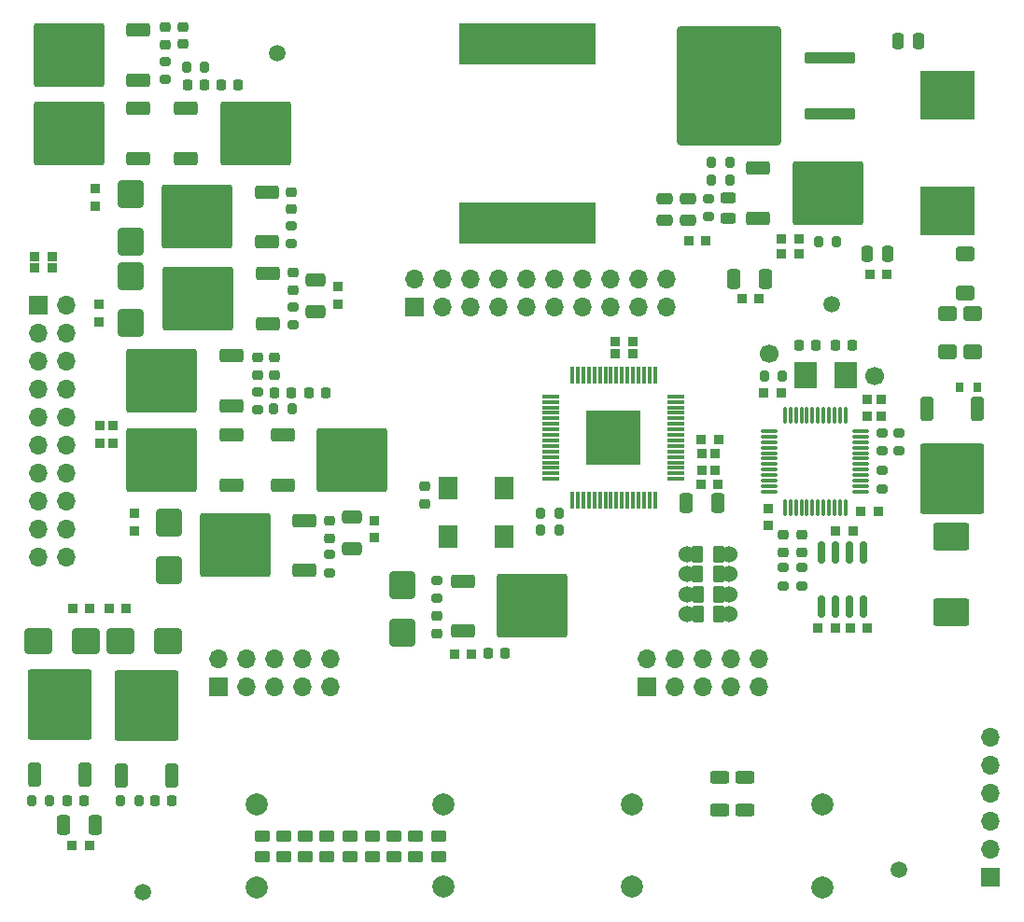
<source format=gbr>
%TF.GenerationSoftware,KiCad,Pcbnew,7.0.1*%
%TF.CreationDate,2024-06-21T04:11:25+03:00*%
%TF.ProjectId,_____ GDI,1f3b3042-3020-4474-9449-2e6b69636164,rev?*%
%TF.SameCoordinates,Original*%
%TF.FileFunction,Soldermask,Top*%
%TF.FilePolarity,Negative*%
%FSLAX46Y46*%
G04 Gerber Fmt 4.6, Leading zero omitted, Abs format (unit mm)*
G04 Created by KiCad (PCBNEW 7.0.1) date 2024-06-21 04:11:25*
%MOMM*%
%LPD*%
G01*
G04 APERTURE LIST*
G04 Aperture macros list*
%AMRoundRect*
0 Rectangle with rounded corners*
0 $1 Rounding radius*
0 $2 $3 $4 $5 $6 $7 $8 $9 X,Y pos of 4 corners*
0 Add a 4 corners polygon primitive as box body*
4,1,4,$2,$3,$4,$5,$6,$7,$8,$9,$2,$3,0*
0 Add four circle primitives for the rounded corners*
1,1,$1+$1,$2,$3*
1,1,$1+$1,$4,$5*
1,1,$1+$1,$6,$7*
1,1,$1+$1,$8,$9*
0 Add four rect primitives between the rounded corners*
20,1,$1+$1,$2,$3,$4,$5,0*
20,1,$1+$1,$4,$5,$6,$7,0*
20,1,$1+$1,$6,$7,$8,$9,0*
20,1,$1+$1,$8,$9,$2,$3,0*%
G04 Aperture macros list end*
%ADD10C,1.500000*%
%ADD11RoundRect,0.250000X0.250000X0.475000X-0.250000X0.475000X-0.250000X-0.475000X0.250000X-0.475000X0*%
%ADD12RoundRect,0.250000X0.850000X0.350000X-0.850000X0.350000X-0.850000X-0.350000X0.850000X-0.350000X0*%
%ADD13RoundRect,0.249997X2.950003X2.650003X-2.950003X2.650003X-2.950003X-2.650003X2.950003X-2.650003X0*%
%ADD14C,1.700000*%
%ADD15C,1.524000*%
%ADD16RoundRect,0.100000X-0.400000X-0.625000X0.400000X-0.625000X0.400000X0.625000X-0.400000X0.625000X0*%
%ADD17RoundRect,0.200000X0.200000X0.275000X-0.200000X0.275000X-0.200000X-0.275000X0.200000X-0.275000X0*%
%ADD18RoundRect,0.085000X0.340000X-0.340000X0.340000X0.340000X-0.340000X0.340000X-0.340000X-0.340000X0*%
%ADD19RoundRect,0.250000X0.350000X-0.850000X0.350000X0.850000X-0.350000X0.850000X-0.350000X-0.850000X0*%
%ADD20RoundRect,0.249997X2.650003X-2.950003X2.650003X2.950003X-2.650003X2.950003X-2.650003X-2.950003X0*%
%ADD21RoundRect,0.230000X-0.670000X-0.345000X0.670000X-0.345000X0.670000X0.345000X-0.670000X0.345000X0*%
%ADD22RoundRect,0.230000X0.670000X0.345000X-0.670000X0.345000X-0.670000X-0.345000X0.670000X-0.345000X0*%
%ADD23RoundRect,0.250000X-0.625000X0.312500X-0.625000X-0.312500X0.625000X-0.312500X0.625000X0.312500X0*%
%ADD24RoundRect,0.085000X0.340000X0.340000X-0.340000X0.340000X-0.340000X-0.340000X0.340000X-0.340000X0*%
%ADD25RoundRect,0.075000X-0.075000X0.662500X-0.075000X-0.662500X0.075000X-0.662500X0.075000X0.662500X0*%
%ADD26RoundRect,0.075000X-0.662500X0.075000X-0.662500X-0.075000X0.662500X-0.075000X0.662500X0.075000X0*%
%ADD27RoundRect,0.230000X-0.345000X0.670000X-0.345000X-0.670000X0.345000X-0.670000X0.345000X0.670000X0*%
%ADD28RoundRect,0.230000X0.345000X-0.670000X0.345000X0.670000X-0.345000X0.670000X-0.345000X-0.670000X0*%
%ADD29RoundRect,0.225000X-0.250000X0.225000X-0.250000X-0.225000X0.250000X-0.225000X0.250000X0.225000X0*%
%ADD30RoundRect,0.250000X0.450000X-0.262500X0.450000X0.262500X-0.450000X0.262500X-0.450000X-0.262500X0*%
%ADD31RoundRect,0.200000X0.275000X-0.200000X0.275000X0.200000X-0.275000X0.200000X-0.275000X-0.200000X0*%
%ADD32RoundRect,0.200000X-0.200000X-0.275000X0.200000X-0.275000X0.200000X0.275000X-0.200000X0.275000X0*%
%ADD33RoundRect,0.085000X-0.340000X-0.340000X0.340000X-0.340000X0.340000X0.340000X-0.340000X0.340000X0*%
%ADD34R,12.320000X3.825000*%
%ADD35RoundRect,0.225000X0.250000X-0.225000X0.250000X0.225000X-0.250000X0.225000X-0.250000X-0.225000X0*%
%ADD36RoundRect,0.250000X-0.600000X0.400000X-0.600000X-0.400000X0.600000X-0.400000X0.600000X0.400000X0*%
%ADD37RoundRect,0.085000X-0.340000X0.340000X-0.340000X-0.340000X0.340000X-0.340000X0.340000X0.340000X0*%
%ADD38RoundRect,0.250000X-0.475000X0.250000X-0.475000X-0.250000X0.475000X-0.250000X0.475000X0.250000X0*%
%ADD39RoundRect,0.250000X0.900000X-1.000000X0.900000X1.000000X-0.900000X1.000000X-0.900000X-1.000000X0*%
%ADD40RoundRect,0.225000X0.225000X0.250000X-0.225000X0.250000X-0.225000X-0.250000X0.225000X-0.250000X0*%
%ADD41RoundRect,0.250000X1.000000X0.900000X-1.000000X0.900000X-1.000000X-0.900000X1.000000X-0.900000X0*%
%ADD42RoundRect,0.250000X-0.850000X-0.350000X0.850000X-0.350000X0.850000X0.350000X-0.850000X0.350000X0*%
%ADD43RoundRect,0.249997X-2.950003X-2.650003X2.950003X-2.650003X2.950003X2.650003X-2.950003X2.650003X0*%
%ADD44R,1.700000X1.700000*%
%ADD45O,1.700000X1.700000*%
%ADD46RoundRect,0.070000X-0.280000X-0.390000X0.280000X-0.390000X0.280000X0.390000X-0.280000X0.390000X0*%
%ADD47RoundRect,0.250000X2.050000X0.300000X-2.050000X0.300000X-2.050000X-0.300000X2.050000X-0.300000X0*%
%ADD48RoundRect,0.250002X4.449998X5.149998X-4.449998X5.149998X-4.449998X-5.149998X4.449998X-5.149998X0*%
%ADD49RoundRect,0.250000X-1.400000X-1.000000X1.400000X-1.000000X1.400000X1.000000X-1.400000X1.000000X0*%
%ADD50R,2.000000X2.400000*%
%ADD51RoundRect,0.200000X-0.275000X0.200000X-0.275000X-0.200000X0.275000X-0.200000X0.275000X0.200000X0*%
%ADD52RoundRect,0.250000X-0.350000X0.850000X-0.350000X-0.850000X0.350000X-0.850000X0.350000X0.850000X0*%
%ADD53RoundRect,0.249997X-2.650003X2.950003X-2.650003X-2.950003X2.650003X-2.950003X2.650003X2.950003X0*%
%ADD54RoundRect,0.075000X0.075000X-0.700000X0.075000X0.700000X-0.075000X0.700000X-0.075000X-0.700000X0*%
%ADD55RoundRect,0.075000X0.700000X-0.075000X0.700000X0.075000X-0.700000X0.075000X-0.700000X-0.075000X0*%
%ADD56C,1.300000*%
%ADD57R,5.000000X5.000000*%
%ADD58RoundRect,0.243750X0.456250X-0.243750X0.456250X0.243750X-0.456250X0.243750X-0.456250X-0.243750X0*%
%ADD59RoundRect,0.250000X-0.900000X1.000000X-0.900000X-1.000000X0.900000X-1.000000X0.900000X1.000000X0*%
%ADD60R,1.800000X2.000000*%
%ADD61RoundRect,0.218750X0.256250X-0.218750X0.256250X0.218750X-0.256250X0.218750X-0.256250X-0.218750X0*%
%ADD62RoundRect,0.150000X-0.150000X0.825000X-0.150000X-0.825000X0.150000X-0.825000X0.150000X0.825000X0*%
%ADD63RoundRect,0.225000X-0.225000X-0.250000X0.225000X-0.250000X0.225000X0.250000X-0.225000X0.250000X0*%
%ADD64RoundRect,0.250000X-1.000000X-0.900000X1.000000X-0.900000X1.000000X0.900000X-1.000000X0.900000X0*%
%ADD65R,5.000000X4.500000*%
%ADD66C,2.000000*%
G04 APERTURE END LIST*
D10*
%TO.C,J9*%
X177000000Y-126400000D03*
%TD*%
%TO.C,J8*%
X108400000Y-128400000D03*
%TD*%
%TO.C,J4*%
X170900000Y-75100000D03*
%TD*%
%TO.C,J3*%
X120600000Y-52300000D03*
%TD*%
D11*
%TO.C,C90*%
X178750000Y-51200000D03*
X176850000Y-51200000D03*
%TD*%
D12*
%TO.C,D15*%
X116400000Y-91500000D03*
D13*
X110100000Y-89220000D03*
D12*
X116400000Y-86940000D03*
%TD*%
D14*
%TO.C,P2*%
X174800000Y-81600000D03*
%TD*%
D15*
%TO.C,R115*%
X157745001Y-99600000D03*
D16*
X158700000Y-99600000D03*
X160600022Y-99600000D03*
D15*
X161555001Y-99600000D03*
%TD*%
D17*
%TO.C,R120*%
X161625000Y-62200000D03*
X159975000Y-62200000D03*
%TD*%
D18*
%TO.C,C66*%
X126100000Y-75089981D03*
X126100000Y-73509979D03*
%TD*%
D19*
%TO.C,Q10*%
X106455000Y-117825000D03*
D20*
X108735000Y-111525000D03*
D19*
X111015000Y-117825000D03*
%TD*%
D21*
%TO.C,R88*%
X124100000Y-72849980D03*
D22*
X124100000Y-75750000D03*
%TD*%
D19*
%TO.C,Q11*%
X98595000Y-117725000D03*
D20*
X100875000Y-111425000D03*
D19*
X103155000Y-117725000D03*
%TD*%
D23*
%TO.C,R126*%
X160700000Y-118037500D03*
X160700000Y-120962500D03*
%TD*%
D17*
%TO.C,R131*%
X161625000Y-63800000D03*
X159975000Y-63800000D03*
%TD*%
%TO.C,R116*%
X146125000Y-94100000D03*
X144475000Y-94100000D03*
%TD*%
D24*
%TO.C,C73*%
X175090001Y-93900000D03*
X173509999Y-93900000D03*
%TD*%
D25*
%TO.C,U7*%
X172130000Y-85187500D03*
X171630000Y-85187500D03*
X171130000Y-85187500D03*
X170630000Y-85187500D03*
X170130000Y-85187500D03*
X169630000Y-85187500D03*
X169130000Y-85187500D03*
X168630000Y-85187500D03*
X168130000Y-85187500D03*
X167630000Y-85187500D03*
X167130000Y-85187500D03*
X166630000Y-85187500D03*
D26*
X165217500Y-86600000D03*
X165217500Y-87100000D03*
X165217500Y-87600000D03*
X165217500Y-88100000D03*
X165217500Y-88600000D03*
X165217500Y-89100000D03*
X165217500Y-89600000D03*
X165217500Y-90100000D03*
X165217500Y-90600000D03*
X165217500Y-91100000D03*
X165217500Y-91600000D03*
X165217500Y-92100000D03*
D25*
X166630000Y-93512500D03*
X167130000Y-93512500D03*
X167630000Y-93512500D03*
X168130000Y-93512500D03*
X168630000Y-93512500D03*
X169130000Y-93512500D03*
X169630000Y-93512500D03*
X170130000Y-93512500D03*
X170630000Y-93512500D03*
X171130000Y-93512500D03*
X171630000Y-93512500D03*
X172130000Y-93512500D03*
D26*
X173542500Y-92100000D03*
X173542500Y-91600000D03*
X173542500Y-91100000D03*
X173542500Y-90600000D03*
X173542500Y-90100000D03*
X173542500Y-89600000D03*
X173542500Y-89100000D03*
X173542500Y-88600000D03*
X173542500Y-88100000D03*
X173542500Y-87600000D03*
X173542500Y-87100000D03*
X173542500Y-86600000D03*
%TD*%
D27*
%TO.C,R119*%
X160550020Y-93100000D03*
D28*
X157650000Y-93100000D03*
%TD*%
D29*
%TO.C,C62*%
X125350000Y-94775000D03*
X125350000Y-96325000D03*
%TD*%
D30*
%TO.C,R128*%
X123150000Y-125200000D03*
X123150000Y-123375000D03*
%TD*%
D31*
%TO.C,R123*%
X159700000Y-67175000D03*
X159700000Y-65525000D03*
%TD*%
D32*
%TO.C,R104*%
X106405000Y-120125000D03*
X108055000Y-120125000D03*
%TD*%
D33*
%TO.C,C74*%
X164709999Y-83150000D03*
X166290001Y-83150000D03*
%TD*%
D34*
%TO.C,L2*%
X143300000Y-51477500D03*
X143300000Y-67722500D03*
%TD*%
D31*
%TO.C,R101*%
X122025000Y-76975000D03*
X122025000Y-75325000D03*
%TD*%
D30*
%TO.C,R130*%
X127150000Y-125200000D03*
X127150000Y-123375000D03*
%TD*%
D35*
%TO.C,C67*%
X120350000Y-81500000D03*
X120350000Y-79950000D03*
%TD*%
D36*
%TO.C,D3*%
X183700000Y-75950000D03*
X183700000Y-79450000D03*
%TD*%
D12*
%TO.C,D14*%
X107975000Y-61855000D03*
D13*
X101675000Y-59575000D03*
D12*
X107975000Y-57295000D03*
%TD*%
%TO.C,Q6*%
X119625000Y-69455000D03*
D13*
X113325000Y-67175000D03*
D12*
X119625000Y-64895000D03*
%TD*%
D37*
%TO.C,C75*%
X174080000Y-83709999D03*
X174080000Y-85290001D03*
%TD*%
D18*
%TO.C,C71*%
X129400000Y-96290001D03*
X129400000Y-94709999D03*
%TD*%
D33*
%TO.C,C45*%
X136659999Y-106825000D03*
X138240001Y-106825000D03*
%TD*%
D38*
%TO.C,C94*%
X157800000Y-65550000D03*
X157800000Y-67450000D03*
%TD*%
D23*
%TO.C,R124*%
X163000000Y-118037500D03*
X163000000Y-120962500D03*
%TD*%
D39*
%TO.C,D16*%
X107300000Y-69400000D03*
X107300000Y-65100000D03*
%TD*%
D24*
%TO.C,C93*%
X159490001Y-69320000D03*
X157909999Y-69320000D03*
%TD*%
D31*
%TO.C,R85*%
X175430000Y-88425000D03*
X175430000Y-86775000D03*
%TD*%
D24*
%TO.C,C4*%
X172790001Y-95700000D03*
X171209999Y-95700000D03*
%TD*%
D40*
%TO.C,C53*%
X113970000Y-55225000D03*
X112420000Y-55225000D03*
%TD*%
%TO.C,C68*%
X124975000Y-83100000D03*
X123425000Y-83100000D03*
%TD*%
D21*
%TO.C,R90*%
X127375000Y-94374980D03*
D22*
X127375000Y-97275000D03*
%TD*%
D30*
%TO.C,R135*%
X135200000Y-125200000D03*
X135200000Y-123375000D03*
%TD*%
D29*
%TO.C,C55*%
X122025000Y-72250000D03*
X122025000Y-73800000D03*
%TD*%
D18*
%TO.C,C39*%
X104100000Y-66190001D03*
X104100000Y-64609999D03*
%TD*%
D24*
%TO.C,C44*%
X103590001Y-102700000D03*
X102009999Y-102700000D03*
%TD*%
D12*
%TO.C,Q7*%
X119700000Y-76880000D03*
D13*
X113400000Y-74600000D03*
D12*
X119700000Y-72320000D03*
%TD*%
D30*
%TO.C,R129*%
X125100000Y-125200000D03*
X125100000Y-123375000D03*
%TD*%
D41*
%TO.C,D19*%
X103205000Y-105625000D03*
X98905000Y-105625000D03*
%TD*%
D30*
%TO.C,R134*%
X133150000Y-125200000D03*
X133150000Y-123375000D03*
%TD*%
D40*
%TO.C,C70*%
X141250000Y-106800000D03*
X139700000Y-106800000D03*
%TD*%
D42*
%TO.C,Q9*%
X121100000Y-86940000D03*
D43*
X127400000Y-89220000D03*
D42*
X121100000Y-91500000D03*
%TD*%
D30*
%TO.C,R132*%
X129200000Y-125200000D03*
X129200000Y-123375000D03*
%TD*%
D33*
%TO.C,C37*%
X98600000Y-70750000D03*
X100180002Y-70750000D03*
%TD*%
D24*
%TO.C,C87*%
X160590001Y-91400000D03*
X159009999Y-91400000D03*
%TD*%
D32*
%TO.C,R105*%
X98305000Y-120125000D03*
X99955000Y-120125000D03*
%TD*%
D36*
%TO.C,D1*%
X183000000Y-70550000D03*
X183000000Y-74050000D03*
%TD*%
D44*
%TO.C,J5*%
X185300000Y-127080000D03*
D45*
X185300000Y-124540000D03*
X185300000Y-122000000D03*
X185300000Y-119460000D03*
X185300000Y-116920000D03*
X185300000Y-114380000D03*
%TD*%
D46*
%TO.C,R19*%
X182500000Y-82600000D03*
X184100000Y-82600000D03*
%TD*%
D47*
%TO.C,D26*%
X170700000Y-57800000D03*
D48*
X161550000Y-55260000D03*
D47*
X170700000Y-52720000D03*
%TD*%
D24*
%TO.C,C77*%
X164290001Y-74600000D03*
X162709999Y-74600000D03*
%TD*%
D49*
%TO.C,D4*%
X181680000Y-96200000D03*
X181680000Y-103000000D03*
%TD*%
D42*
%TO.C,Q5*%
X112320000Y-57320000D03*
D43*
X118620000Y-59600000D03*
D42*
X112320000Y-61880000D03*
%TD*%
D30*
%TO.C,R127*%
X121200000Y-125200000D03*
X121200000Y-123375000D03*
%TD*%
D37*
%TO.C,C40*%
X104400000Y-75109999D03*
X104400000Y-76690001D03*
%TD*%
D31*
%TO.C,R100*%
X121900000Y-69600000D03*
X121900000Y-67950000D03*
%TD*%
D50*
%TO.C,Y3*%
X172180000Y-81500000D03*
X168480000Y-81500000D03*
%TD*%
D35*
%TO.C,C64*%
X112020000Y-51500000D03*
X112020000Y-49950000D03*
%TD*%
D15*
%TO.C,R114*%
X157745001Y-97800000D03*
D16*
X158700000Y-97800000D03*
X160600022Y-97800000D03*
D15*
X161555001Y-97800000D03*
%TD*%
D31*
%TO.C,R98*%
X110400000Y-54725000D03*
X110400000Y-53075000D03*
%TD*%
%TO.C,R118*%
X177000000Y-88425000D03*
X177000000Y-86775000D03*
%TD*%
D51*
%TO.C,R86*%
X166500000Y-99000000D03*
X166500000Y-100650000D03*
%TD*%
D35*
%TO.C,C60*%
X135100000Y-104950000D03*
X135100000Y-103400000D03*
%TD*%
D40*
%TO.C,C65*%
X117070000Y-55225000D03*
X115520000Y-55225000D03*
%TD*%
D14*
%TO.C,P1*%
X165200000Y-79600000D03*
%TD*%
D24*
%TO.C,C78*%
X152840001Y-79550000D03*
X151259999Y-79550000D03*
%TD*%
D52*
%TO.C,Q1*%
X184100000Y-84600000D03*
D53*
X181820000Y-90900000D03*
D52*
X179540000Y-84600000D03*
X179540000Y-84600000D03*
%TD*%
D29*
%TO.C,C54*%
X121900000Y-64900000D03*
X121900000Y-66450000D03*
%TD*%
D24*
%TO.C,C80*%
X152840001Y-78500000D03*
X151259999Y-78500000D03*
%TD*%
D54*
%TO.C,U8*%
X147350000Y-92875000D03*
X147850000Y-92875000D03*
X148350000Y-92875000D03*
X148850000Y-92875000D03*
X149350000Y-92875000D03*
X149850000Y-92875000D03*
X150350000Y-92875000D03*
X150850000Y-92875000D03*
X151350000Y-92875000D03*
X151850000Y-92875000D03*
X152350000Y-92875000D03*
X152850000Y-92875000D03*
X153350000Y-92875000D03*
X153850000Y-92875000D03*
X154350000Y-92875000D03*
X154850000Y-92875000D03*
D55*
X156775000Y-90950000D03*
X156775000Y-90450000D03*
X156775000Y-89950000D03*
X156775000Y-89450000D03*
X156775000Y-88950000D03*
X156775000Y-88450000D03*
X156775000Y-87950000D03*
X156775000Y-87450000D03*
X156775000Y-86950000D03*
X156775000Y-86450000D03*
X156775000Y-85950000D03*
X156775000Y-85450000D03*
X156775000Y-84950000D03*
X156775000Y-84450000D03*
X156775000Y-83950000D03*
X156775000Y-83450000D03*
D54*
X154850000Y-81525000D03*
X154350000Y-81525000D03*
X153850000Y-81525000D03*
X153350000Y-81525000D03*
X152850000Y-81525000D03*
X152350000Y-81525000D03*
X151850000Y-81525000D03*
X151350000Y-81525000D03*
X150850000Y-81525000D03*
X150350000Y-81525000D03*
X149850000Y-81525000D03*
X149350000Y-81525000D03*
X148850000Y-81525000D03*
X148350000Y-81525000D03*
X147850000Y-81525000D03*
X147350000Y-81525000D03*
D55*
X145425000Y-83450000D03*
X145425000Y-83950000D03*
X145425000Y-84450000D03*
X145425000Y-84950000D03*
X145425000Y-85450000D03*
X145425000Y-85950000D03*
X145425000Y-86450000D03*
X145425000Y-86950000D03*
X145425000Y-87450000D03*
X145425000Y-87950000D03*
X145425000Y-88450000D03*
X145425000Y-88950000D03*
X145425000Y-89450000D03*
X145425000Y-89950000D03*
X145425000Y-90450000D03*
X145425000Y-90950000D03*
D56*
X149576000Y-88724000D03*
X151100000Y-88724000D03*
X152624000Y-88724000D03*
X149576000Y-87200000D03*
X151100000Y-87200000D03*
D57*
X151100000Y-87200000D03*
D56*
X152624000Y-87200000D03*
X149576000Y-85676000D03*
X151100000Y-85676000D03*
X152624000Y-85676000D03*
%TD*%
D33*
%TO.C,C43*%
X105309999Y-102700000D03*
X106890001Y-102700000D03*
%TD*%
D30*
%TO.C,R133*%
X131200000Y-125200000D03*
X131200000Y-123375000D03*
%TD*%
D33*
%TO.C,C76*%
X174309999Y-72420000D03*
X175890001Y-72420000D03*
%TD*%
D58*
%TO.C,D27*%
X161500000Y-67337500D03*
X161500000Y-65462500D03*
%TD*%
D39*
%TO.C,D20*%
X131900000Y-104900000D03*
X131900000Y-100600000D03*
%TD*%
D11*
%TO.C,C86*%
X176000000Y-70500000D03*
X174100000Y-70500000D03*
%TD*%
D36*
%TO.C,D2*%
X181400000Y-75950000D03*
X181400000Y-79450000D03*
%TD*%
D31*
%TO.C,R111*%
X168130000Y-100650000D03*
X168130000Y-99000000D03*
%TD*%
D51*
%TO.C,R106*%
X135100000Y-100150000D03*
X135100000Y-101800000D03*
%TD*%
D15*
%TO.C,R113*%
X157795000Y-101400000D03*
D16*
X158749999Y-101400000D03*
X160650021Y-101400000D03*
D15*
X161605000Y-101400000D03*
%TD*%
D12*
%TO.C,Q8*%
X116400000Y-84340000D03*
D13*
X110100000Y-82060000D03*
D12*
X116400000Y-79780000D03*
%TD*%
D59*
%TO.C,D17*%
X107325000Y-72525000D03*
X107325000Y-76825000D03*
%TD*%
D60*
%TO.C,Y2*%
X136060000Y-96200000D03*
X141140000Y-96200000D03*
X141140000Y-91800000D03*
X136060000Y-91800000D03*
%TD*%
D31*
%TO.C,R87*%
X175430000Y-91825000D03*
X175430000Y-90175000D03*
%TD*%
D37*
%TO.C,C79*%
X175330000Y-83709999D03*
X175330000Y-85290001D03*
%TD*%
D35*
%TO.C,C91*%
X134000000Y-93175000D03*
X134000000Y-91625000D03*
%TD*%
D40*
%TO.C,C59*%
X103055000Y-120125000D03*
X101505000Y-120125000D03*
%TD*%
D33*
%TO.C,C89*%
X166309999Y-69200000D03*
X167890001Y-69200000D03*
%TD*%
D17*
%TO.C,R103*%
X121925000Y-84600000D03*
X120275000Y-84600000D03*
%TD*%
D15*
%TO.C,R112*%
X157790000Y-103200000D03*
D16*
X158744999Y-103200000D03*
X160645021Y-103200000D03*
D15*
X161600000Y-103200000D03*
%TD*%
D30*
%TO.C,R125*%
X119250000Y-125200000D03*
X119250000Y-123375000D03*
%TD*%
D61*
%TO.C,D25*%
X168130000Y-97600000D03*
X168130000Y-96025000D03*
%TD*%
D33*
%TO.C,C2*%
X169644999Y-104475000D03*
X171225001Y-104475000D03*
%TD*%
D40*
%TO.C,C57*%
X121875000Y-83100000D03*
X120325000Y-83100000D03*
%TD*%
D37*
%TO.C,C41*%
X105700000Y-86100000D03*
X105700000Y-87680002D03*
%TD*%
D28*
%TO.C,R121*%
X161949980Y-72800000D03*
D27*
X164850000Y-72800000D03*
%TD*%
D12*
%TO.C,Q4*%
X107980000Y-54750000D03*
D13*
X101680000Y-52470000D03*
D12*
X107980000Y-50190000D03*
%TD*%
D33*
%TO.C,C38*%
X98609999Y-71800000D03*
X100190001Y-71800000D03*
%TD*%
D17*
%TO.C,R117*%
X146125000Y-95600000D03*
X144475000Y-95600000D03*
%TD*%
D62*
%TO.C,U1*%
X173785000Y-97575000D03*
X172515000Y-97575000D03*
X171245000Y-97575000D03*
X169975000Y-97575000D03*
X169975000Y-102525000D03*
X171245000Y-102525000D03*
X172515000Y-102525000D03*
X173785000Y-102525000D03*
%TD*%
D18*
%TO.C,C84*%
X160300000Y-90190001D03*
X160300000Y-88609999D03*
%TD*%
D39*
%TO.C,D22*%
X110750000Y-99200000D03*
X110750000Y-94900000D03*
%TD*%
D63*
%TO.C,C50*%
X167930000Y-78800000D03*
X169480000Y-78800000D03*
%TD*%
D33*
%TO.C,C1*%
X172544999Y-104475000D03*
X174125001Y-104475000D03*
%TD*%
%TO.C,C92*%
X166309999Y-70500000D03*
X167890001Y-70500000D03*
%TD*%
D38*
%TO.C,C96*%
X155700000Y-65550000D03*
X155700000Y-67450000D03*
%TD*%
D29*
%TO.C,C56*%
X118800000Y-79950000D03*
X118800000Y-81500000D03*
%TD*%
D42*
%TO.C,Q12*%
X137400000Y-100200000D03*
D43*
X143700000Y-102480000D03*
D42*
X137400000Y-104760000D03*
%TD*%
D18*
%TO.C,C72*%
X165100000Y-95190001D03*
X165100000Y-93609999D03*
%TD*%
D29*
%TO.C,C52*%
X110400000Y-49965000D03*
X110400000Y-51515000D03*
%TD*%
D31*
%TO.C,R102*%
X118800000Y-84690000D03*
X118800000Y-83040000D03*
%TD*%
D27*
%TO.C,R89*%
X104105020Y-122325000D03*
D28*
X101205000Y-122325000D03*
%TD*%
D17*
%TO.C,R99*%
X114025000Y-53625000D03*
X112375000Y-53625000D03*
%TD*%
D31*
%TO.C,R108*%
X125350000Y-99475000D03*
X125350000Y-97825000D03*
%TD*%
D24*
%TO.C,C85*%
X160640001Y-87400000D03*
X159059999Y-87400000D03*
%TD*%
D61*
%TO.C,D24*%
X166500000Y-97600000D03*
X166500000Y-96025000D03*
%TD*%
D18*
%TO.C,C47*%
X107675000Y-95665001D03*
X107675000Y-94084999D03*
%TD*%
D64*
%TO.C,D18*%
X106405000Y-105625000D03*
X110705000Y-105625000D03*
%TD*%
D37*
%TO.C,C42*%
X104500000Y-86109999D03*
X104500000Y-87690001D03*
%TD*%
D42*
%TO.C,Q16*%
X164200000Y-62720000D03*
D43*
X170500000Y-65000000D03*
D42*
X164200000Y-67280000D03*
%TD*%
D40*
%TO.C,C58*%
X111055000Y-120125000D03*
X109505000Y-120125000D03*
%TD*%
D12*
%TO.C,Q14*%
X123075000Y-99255000D03*
D13*
X116775000Y-96975000D03*
D12*
X123075000Y-94695000D03*
%TD*%
D18*
%TO.C,C82*%
X159075060Y-90190001D03*
X159075060Y-88609999D03*
%TD*%
D32*
%TO.C,R122*%
X169675000Y-69420000D03*
X171325000Y-69420000D03*
%TD*%
D40*
%TO.C,C49*%
X172755000Y-78800000D03*
X171205000Y-78800000D03*
%TD*%
D65*
%TO.C,L1*%
X181400000Y-66650000D03*
X181400000Y-56150000D03*
%TD*%
D33*
%TO.C,C69*%
X101964999Y-124225000D03*
X103545001Y-124225000D03*
%TD*%
D32*
%TO.C,R1*%
X164775000Y-81600000D03*
X166425000Y-81600000D03*
%TD*%
D66*
%TO.C,C97*%
X118700000Y-128000000D03*
X118700000Y-120500000D03*
%TD*%
%TO.C,C88*%
X170000000Y-120500000D03*
X170000000Y-128000000D03*
%TD*%
%TO.C,C81*%
X152800000Y-120450000D03*
X152800000Y-127950000D03*
%TD*%
D44*
%TO.C,J2*%
X133060000Y-75340000D03*
D45*
X133060000Y-72800000D03*
X135600000Y-75340000D03*
X135600000Y-72800000D03*
X138140000Y-75340000D03*
X138140000Y-72800000D03*
X140680000Y-75340000D03*
X140680000Y-72800000D03*
X143220000Y-75340000D03*
X143220000Y-72800000D03*
X145760000Y-75340000D03*
X145760000Y-72800000D03*
X148300000Y-75340000D03*
X148300000Y-72800000D03*
X150840000Y-75340000D03*
X150840000Y-72800000D03*
X153380000Y-75340000D03*
X153380000Y-72800000D03*
X155920000Y-75340000D03*
X155920000Y-72800000D03*
%TD*%
D44*
%TO.C,J6*%
X115240000Y-109800000D03*
D45*
X115240000Y-107260000D03*
X117780000Y-109800000D03*
X117780000Y-107260000D03*
X120320000Y-109800000D03*
X120320000Y-107260000D03*
X122860000Y-109800000D03*
X122860000Y-107260000D03*
X125400000Y-109800000D03*
X125400000Y-107260000D03*
%TD*%
D44*
%TO.C,J1*%
X98900000Y-75140000D03*
D45*
X101440000Y-75140000D03*
X98900000Y-77680000D03*
X101440000Y-77680000D03*
X98900000Y-80220000D03*
X101440000Y-80220000D03*
X98900000Y-82760000D03*
X101440000Y-82760000D03*
X98900000Y-85300000D03*
X101440000Y-85300000D03*
X98900000Y-87840000D03*
X101440000Y-87840000D03*
X98900000Y-90380000D03*
X101440000Y-90380000D03*
X98900000Y-92920000D03*
X101440000Y-92920000D03*
X98900000Y-95460000D03*
X101440000Y-95460000D03*
X98900000Y-98000000D03*
X101440000Y-98000000D03*
%TD*%
D44*
%TO.C,J7*%
X154100000Y-109800000D03*
D45*
X154100000Y-107260000D03*
X156640000Y-109800000D03*
X156640000Y-107260000D03*
X159180000Y-109800000D03*
X159180000Y-107260000D03*
X161720000Y-109800000D03*
X161720000Y-107260000D03*
X164260000Y-109800000D03*
X164260000Y-107260000D03*
%TD*%
D66*
%TO.C,C95*%
X135700000Y-127950000D03*
X135700000Y-120450000D03*
%TD*%
M02*

</source>
